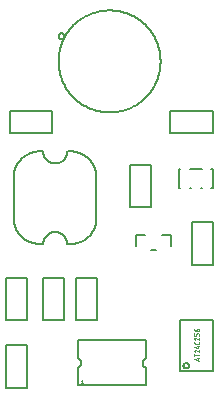
<source format=gbr>
G04 EAGLE Gerber RS-274X export*
G75*
%MOMM*%
%FSLAX34Y34*%
%LPD*%
%INSilkscreen Top*%
%IPPOS*%
%AMOC8*
5,1,8,0,0,1.08239X$1,22.5*%
G01*
%ADD10C,0.127000*%
%ADD11C,0.025400*%
%ADD12C,0.152400*%
%ADD13C,0.203200*%


D10*
X162600Y754000D02*
X162600Y714000D01*
X232600Y714000D02*
X232600Y754000D01*
X207600Y773000D02*
X207597Y772756D01*
X207588Y772513D01*
X207573Y772270D01*
X207553Y772027D01*
X207526Y771785D01*
X207493Y771544D01*
X207455Y771304D01*
X207411Y771064D01*
X207361Y770826D01*
X207305Y770589D01*
X207243Y770353D01*
X207176Y770119D01*
X207103Y769887D01*
X207024Y769656D01*
X206940Y769428D01*
X206850Y769201D01*
X206755Y768977D01*
X206654Y768755D01*
X206548Y768536D01*
X206437Y768320D01*
X206320Y768106D01*
X206199Y767895D01*
X206072Y767687D01*
X205940Y767482D01*
X205803Y767281D01*
X205661Y767083D01*
X205515Y766888D01*
X205364Y766697D01*
X205208Y766510D01*
X205048Y766327D01*
X204883Y766147D01*
X204714Y765972D01*
X204541Y765801D01*
X204363Y765634D01*
X204182Y765472D01*
X203997Y765314D01*
X203808Y765160D01*
X203615Y765011D01*
X203419Y764867D01*
X203219Y764728D01*
X203016Y764593D01*
X202809Y764464D01*
X202600Y764340D01*
X202388Y764221D01*
X202172Y764107D01*
X201955Y763998D01*
X201734Y763895D01*
X201511Y763797D01*
X201286Y763704D01*
X201058Y763617D01*
X200829Y763536D01*
X200597Y763460D01*
X200364Y763390D01*
X200129Y763325D01*
X199893Y763266D01*
X199655Y763213D01*
X199416Y763166D01*
X199176Y763125D01*
X198935Y763090D01*
X198694Y763060D01*
X198451Y763036D01*
X198208Y763019D01*
X197965Y763007D01*
X197722Y763001D01*
X197478Y763001D01*
X197235Y763007D01*
X196992Y763019D01*
X196749Y763036D01*
X196506Y763060D01*
X196265Y763090D01*
X196024Y763125D01*
X195784Y763166D01*
X195545Y763213D01*
X195307Y763266D01*
X195071Y763325D01*
X194836Y763390D01*
X194603Y763460D01*
X194371Y763536D01*
X194142Y763617D01*
X193914Y763704D01*
X193689Y763797D01*
X193466Y763895D01*
X193245Y763998D01*
X193028Y764107D01*
X192812Y764221D01*
X192600Y764340D01*
X192391Y764464D01*
X192184Y764593D01*
X191981Y764728D01*
X191781Y764867D01*
X191585Y765011D01*
X191392Y765160D01*
X191203Y765314D01*
X191018Y765472D01*
X190837Y765634D01*
X190659Y765801D01*
X190486Y765972D01*
X190317Y766147D01*
X190152Y766327D01*
X189992Y766510D01*
X189836Y766697D01*
X189685Y766888D01*
X189539Y767083D01*
X189397Y767281D01*
X189260Y767482D01*
X189128Y767687D01*
X189001Y767895D01*
X188880Y768106D01*
X188763Y768320D01*
X188652Y768536D01*
X188546Y768755D01*
X188445Y768977D01*
X188350Y769201D01*
X188260Y769428D01*
X188176Y769656D01*
X188097Y769887D01*
X188024Y770119D01*
X187957Y770353D01*
X187895Y770589D01*
X187839Y770826D01*
X187789Y771064D01*
X187745Y771304D01*
X187707Y771544D01*
X187674Y771785D01*
X187647Y772027D01*
X187627Y772270D01*
X187612Y772513D01*
X187603Y772756D01*
X187600Y773000D01*
X187600Y695000D02*
X187603Y695244D01*
X187612Y695487D01*
X187627Y695730D01*
X187647Y695973D01*
X187674Y696215D01*
X187707Y696456D01*
X187745Y696696D01*
X187789Y696936D01*
X187839Y697174D01*
X187895Y697411D01*
X187957Y697647D01*
X188024Y697881D01*
X188097Y698113D01*
X188176Y698344D01*
X188260Y698572D01*
X188350Y698799D01*
X188445Y699023D01*
X188546Y699245D01*
X188652Y699464D01*
X188763Y699680D01*
X188880Y699894D01*
X189001Y700105D01*
X189128Y700313D01*
X189260Y700518D01*
X189397Y700719D01*
X189539Y700917D01*
X189685Y701112D01*
X189836Y701303D01*
X189992Y701490D01*
X190152Y701673D01*
X190317Y701853D01*
X190486Y702028D01*
X190659Y702199D01*
X190837Y702366D01*
X191018Y702528D01*
X191203Y702686D01*
X191392Y702840D01*
X191585Y702989D01*
X191781Y703133D01*
X191981Y703272D01*
X192184Y703407D01*
X192391Y703536D01*
X192600Y703660D01*
X192812Y703779D01*
X193028Y703893D01*
X193245Y704002D01*
X193466Y704105D01*
X193689Y704203D01*
X193914Y704296D01*
X194142Y704383D01*
X194371Y704464D01*
X194603Y704540D01*
X194836Y704610D01*
X195071Y704675D01*
X195307Y704734D01*
X195545Y704787D01*
X195784Y704834D01*
X196024Y704875D01*
X196265Y704910D01*
X196506Y704940D01*
X196749Y704964D01*
X196992Y704981D01*
X197235Y704993D01*
X197478Y704999D01*
X197722Y704999D01*
X197965Y704993D01*
X198208Y704981D01*
X198451Y704964D01*
X198694Y704940D01*
X198935Y704910D01*
X199176Y704875D01*
X199416Y704834D01*
X199655Y704787D01*
X199893Y704734D01*
X200129Y704675D01*
X200364Y704610D01*
X200597Y704540D01*
X200829Y704464D01*
X201058Y704383D01*
X201286Y704296D01*
X201511Y704203D01*
X201734Y704105D01*
X201955Y704002D01*
X202172Y703893D01*
X202388Y703779D01*
X202600Y703660D01*
X202809Y703536D01*
X203016Y703407D01*
X203219Y703272D01*
X203419Y703133D01*
X203615Y702989D01*
X203808Y702840D01*
X203997Y702686D01*
X204182Y702528D01*
X204363Y702366D01*
X204541Y702199D01*
X204714Y702028D01*
X204883Y701853D01*
X205048Y701673D01*
X205208Y701490D01*
X205364Y701303D01*
X205515Y701112D01*
X205661Y700917D01*
X205803Y700719D01*
X205940Y700518D01*
X206072Y700313D01*
X206199Y700105D01*
X206320Y699894D01*
X206437Y699680D01*
X206548Y699464D01*
X206654Y699245D01*
X206755Y699023D01*
X206850Y698799D01*
X206940Y698572D01*
X207024Y698344D01*
X207103Y698113D01*
X207176Y697881D01*
X207243Y697647D01*
X207305Y697411D01*
X207361Y697174D01*
X207411Y696936D01*
X207455Y696696D01*
X207493Y696456D01*
X207526Y696215D01*
X207553Y695973D01*
X207573Y695730D01*
X207588Y695487D01*
X207597Y695244D01*
X207600Y695000D01*
X162600Y754000D02*
X162680Y754539D01*
X162773Y755076D01*
X162880Y755610D01*
X163000Y756142D01*
X163133Y756671D01*
X163278Y757196D01*
X163437Y757717D01*
X163608Y758234D01*
X163792Y758747D01*
X163988Y759256D01*
X164197Y759759D01*
X164418Y760257D01*
X164651Y760750D01*
X164897Y761236D01*
X165154Y761717D01*
X165423Y762191D01*
X165703Y762658D01*
X165995Y763118D01*
X166298Y763571D01*
X166612Y764017D01*
X166937Y764454D01*
X167272Y764884D01*
X167618Y765305D01*
X167974Y765717D01*
X168341Y766121D01*
X168717Y766515D01*
X169102Y766900D01*
X169497Y767276D01*
X169901Y767642D01*
X170314Y767997D01*
X170735Y768343D01*
X171165Y768678D01*
X171603Y769002D01*
X172049Y769316D01*
X172502Y769618D01*
X172963Y769910D01*
X173430Y770189D01*
X173904Y770458D01*
X174385Y770714D01*
X174872Y770959D01*
X175365Y771192D01*
X175863Y771413D01*
X176367Y771621D01*
X176875Y771817D01*
X177388Y772000D01*
X177906Y772171D01*
X178428Y772329D01*
X178953Y772474D01*
X179482Y772606D01*
X180013Y772725D01*
X180548Y772831D01*
X181085Y772924D01*
X181624Y773004D01*
X182165Y773070D01*
X182707Y773123D01*
X183251Y773163D01*
X183795Y773189D01*
X184340Y773202D01*
X184885Y773202D01*
X185429Y773189D01*
X185974Y773162D01*
X186517Y773121D01*
X187059Y773067D01*
X187600Y773001D01*
X207600Y773001D02*
X208141Y773067D01*
X208683Y773121D01*
X209226Y773162D01*
X209771Y773189D01*
X210315Y773202D01*
X210860Y773202D01*
X211405Y773189D01*
X211949Y773163D01*
X212493Y773123D01*
X213035Y773070D01*
X213576Y773004D01*
X214115Y772924D01*
X214652Y772831D01*
X215187Y772725D01*
X215718Y772606D01*
X216247Y772474D01*
X216772Y772329D01*
X217294Y772171D01*
X217812Y772000D01*
X218325Y771817D01*
X218833Y771621D01*
X219337Y771413D01*
X219835Y771192D01*
X220328Y770959D01*
X220815Y770714D01*
X221296Y770458D01*
X221770Y770189D01*
X222237Y769910D01*
X222698Y769618D01*
X223151Y769316D01*
X223597Y769002D01*
X224035Y768678D01*
X224465Y768343D01*
X224886Y767997D01*
X225299Y767642D01*
X225703Y767276D01*
X226098Y766900D01*
X226483Y766515D01*
X226859Y766121D01*
X227226Y765717D01*
X227582Y765305D01*
X227928Y764884D01*
X228263Y764454D01*
X228588Y764017D01*
X228902Y763571D01*
X229205Y763118D01*
X229497Y762658D01*
X229777Y762191D01*
X230046Y761717D01*
X230303Y761236D01*
X230549Y760750D01*
X230782Y760257D01*
X231003Y759759D01*
X231212Y759256D01*
X231408Y758747D01*
X231592Y758234D01*
X231763Y757717D01*
X231922Y757196D01*
X232067Y756671D01*
X232200Y756142D01*
X232320Y755610D01*
X232427Y755076D01*
X232520Y754539D01*
X232600Y754000D01*
X187600Y695000D02*
X187060Y694933D01*
X186517Y694880D01*
X185974Y694839D01*
X185430Y694812D01*
X184885Y694799D01*
X184340Y694799D01*
X183795Y694812D01*
X183251Y694838D01*
X182707Y694878D01*
X182165Y694931D01*
X181624Y694998D01*
X181085Y695077D01*
X180548Y695170D01*
X180014Y695276D01*
X179482Y695395D01*
X178953Y695527D01*
X178428Y695673D01*
X177907Y695830D01*
X177389Y696001D01*
X176876Y696184D01*
X176367Y696380D01*
X175864Y696589D01*
X175366Y696809D01*
X174873Y697042D01*
X174386Y697287D01*
X173905Y697543D01*
X173431Y697812D01*
X172963Y698092D01*
X172503Y698383D01*
X172050Y698685D01*
X171604Y698999D01*
X171166Y699323D01*
X170736Y699658D01*
X170315Y700004D01*
X169902Y700359D01*
X169498Y700725D01*
X169103Y701101D01*
X168718Y701486D01*
X168342Y701880D01*
X167976Y702284D01*
X167619Y702696D01*
X167274Y703117D01*
X166938Y703547D01*
X166613Y703984D01*
X166299Y704429D01*
X165996Y704882D01*
X165704Y705343D01*
X165424Y705810D01*
X165155Y706284D01*
X164898Y706764D01*
X164653Y707251D01*
X164419Y707743D01*
X164198Y708241D01*
X163989Y708745D01*
X163793Y709253D01*
X163609Y709766D01*
X163438Y710283D01*
X163279Y710805D01*
X163134Y711330D01*
X163001Y711858D01*
X162881Y712390D01*
X162775Y712924D01*
X162681Y713461D01*
X162601Y714000D01*
X207600Y694999D02*
X208141Y694933D01*
X208683Y694879D01*
X209226Y694838D01*
X209771Y694811D01*
X210315Y694798D01*
X210860Y694798D01*
X211405Y694811D01*
X211949Y694837D01*
X212493Y694877D01*
X213035Y694930D01*
X213576Y694996D01*
X214115Y695076D01*
X214652Y695169D01*
X215187Y695275D01*
X215718Y695394D01*
X216247Y695526D01*
X216772Y695671D01*
X217294Y695829D01*
X217812Y696000D01*
X218325Y696183D01*
X218833Y696379D01*
X219337Y696587D01*
X219835Y696808D01*
X220328Y697041D01*
X220815Y697286D01*
X221296Y697542D01*
X221770Y697811D01*
X222237Y698090D01*
X222698Y698382D01*
X223151Y698684D01*
X223597Y698998D01*
X224035Y699322D01*
X224465Y699657D01*
X224886Y700003D01*
X225299Y700358D01*
X225703Y700724D01*
X226098Y701100D01*
X226483Y701485D01*
X226859Y701879D01*
X227226Y702283D01*
X227582Y702695D01*
X227928Y703116D01*
X228263Y703546D01*
X228588Y703983D01*
X228902Y704429D01*
X229205Y704882D01*
X229497Y705342D01*
X229777Y705809D01*
X230046Y706283D01*
X230303Y706764D01*
X230549Y707250D01*
X230782Y707743D01*
X231003Y708241D01*
X231212Y708744D01*
X231408Y709253D01*
X231592Y709766D01*
X231763Y710283D01*
X231922Y710804D01*
X232067Y711329D01*
X232200Y711858D01*
X232320Y712390D01*
X232427Y712924D01*
X232520Y713461D01*
X232600Y714000D01*
X279195Y689550D02*
X283005Y689550D01*
X295705Y693360D02*
X295705Y702250D01*
X288085Y702250D01*
X274115Y702250D02*
X266495Y702250D01*
X266495Y693360D01*
X303500Y630800D02*
X303500Y586800D01*
X303500Y630800D02*
X331500Y630800D01*
X331500Y586800D01*
X303500Y586800D01*
D11*
X315563Y597197D02*
X319373Y595927D01*
X319373Y598467D02*
X315563Y597197D01*
X318421Y598150D02*
X318421Y596245D01*
X319373Y600611D02*
X315563Y600611D01*
X315563Y601669D02*
X315563Y599552D01*
X315563Y604130D02*
X315565Y604190D01*
X315571Y604249D01*
X315580Y604309D01*
X315593Y604367D01*
X315610Y604424D01*
X315630Y604481D01*
X315654Y604536D01*
X315681Y604589D01*
X315711Y604641D01*
X315745Y604690D01*
X315782Y604737D01*
X315821Y604782D01*
X315864Y604825D01*
X315909Y604864D01*
X315956Y604901D01*
X316005Y604935D01*
X316057Y604965D01*
X316110Y604992D01*
X316165Y605016D01*
X316222Y605036D01*
X316279Y605053D01*
X316337Y605066D01*
X316397Y605075D01*
X316456Y605081D01*
X316516Y605083D01*
X315563Y604130D02*
X315565Y604063D01*
X315570Y603996D01*
X315579Y603930D01*
X315592Y603864D01*
X315608Y603800D01*
X315628Y603736D01*
X315652Y603673D01*
X315678Y603611D01*
X315708Y603552D01*
X315741Y603494D01*
X315778Y603437D01*
X315817Y603383D01*
X315859Y603331D01*
X315904Y603282D01*
X315952Y603235D01*
X316002Y603191D01*
X316055Y603149D01*
X316110Y603111D01*
X316166Y603075D01*
X316225Y603043D01*
X316285Y603014D01*
X316347Y602988D01*
X316410Y602966D01*
X317257Y604765D02*
X317215Y604807D01*
X317170Y604846D01*
X317124Y604883D01*
X317075Y604917D01*
X317025Y604947D01*
X316973Y604975D01*
X316919Y605000D01*
X316864Y605022D01*
X316808Y605041D01*
X316751Y605056D01*
X316693Y605068D01*
X316634Y605076D01*
X316575Y605081D01*
X316516Y605083D01*
X317256Y604765D02*
X319373Y602966D01*
X319373Y605083D01*
X318526Y606624D02*
X315563Y607470D01*
X318526Y606624D02*
X318526Y608740D01*
X317680Y608105D02*
X319373Y608105D01*
X319373Y611119D02*
X319373Y611965D01*
X319373Y611119D02*
X319371Y611061D01*
X319365Y611004D01*
X319355Y610947D01*
X319342Y610890D01*
X319324Y610835D01*
X319303Y610782D01*
X319278Y610729D01*
X319250Y610679D01*
X319218Y610631D01*
X319183Y610584D01*
X319145Y610541D01*
X319104Y610500D01*
X319061Y610462D01*
X319014Y610427D01*
X318966Y610395D01*
X318916Y610367D01*
X318863Y610342D01*
X318810Y610321D01*
X318755Y610303D01*
X318698Y610290D01*
X318641Y610280D01*
X318584Y610274D01*
X318526Y610272D01*
X316410Y610272D01*
X316352Y610274D01*
X316295Y610280D01*
X316238Y610290D01*
X316181Y610303D01*
X316126Y610321D01*
X316073Y610342D01*
X316020Y610367D01*
X315970Y610395D01*
X315922Y610427D01*
X315875Y610462D01*
X315832Y610500D01*
X315791Y610541D01*
X315753Y610584D01*
X315718Y610631D01*
X315686Y610679D01*
X315658Y610729D01*
X315633Y610782D01*
X315612Y610835D01*
X315594Y610890D01*
X315581Y610947D01*
X315571Y611004D01*
X315565Y611061D01*
X315563Y611119D01*
X315563Y611965D01*
X315563Y614493D02*
X315565Y614553D01*
X315571Y614612D01*
X315580Y614672D01*
X315593Y614730D01*
X315610Y614787D01*
X315630Y614844D01*
X315654Y614899D01*
X315681Y614952D01*
X315711Y615004D01*
X315745Y615053D01*
X315782Y615100D01*
X315821Y615145D01*
X315864Y615188D01*
X315909Y615227D01*
X315956Y615264D01*
X316005Y615298D01*
X316057Y615328D01*
X316110Y615355D01*
X316165Y615379D01*
X316222Y615399D01*
X316279Y615416D01*
X316337Y615429D01*
X316397Y615438D01*
X316456Y615444D01*
X316516Y615446D01*
X315563Y614493D02*
X315565Y614426D01*
X315570Y614359D01*
X315579Y614293D01*
X315592Y614227D01*
X315608Y614163D01*
X315628Y614099D01*
X315652Y614036D01*
X315678Y613974D01*
X315708Y613915D01*
X315741Y613857D01*
X315778Y613800D01*
X315817Y613746D01*
X315859Y613694D01*
X315904Y613645D01*
X315952Y613598D01*
X316002Y613554D01*
X316055Y613512D01*
X316110Y613474D01*
X316166Y613438D01*
X316225Y613406D01*
X316285Y613377D01*
X316347Y613351D01*
X316410Y613329D01*
X317257Y615128D02*
X317215Y615170D01*
X317170Y615209D01*
X317124Y615246D01*
X317075Y615280D01*
X317025Y615310D01*
X316973Y615338D01*
X316919Y615363D01*
X316864Y615385D01*
X316808Y615404D01*
X316751Y615419D01*
X316693Y615431D01*
X316634Y615439D01*
X316575Y615444D01*
X316516Y615446D01*
X317256Y615128D02*
X319373Y613329D01*
X319373Y615446D01*
X319373Y616987D02*
X319373Y618257D01*
X319371Y618312D01*
X319366Y618368D01*
X319357Y618422D01*
X319344Y618476D01*
X319328Y618529D01*
X319309Y618581D01*
X319286Y618632D01*
X319260Y618681D01*
X319230Y618728D01*
X319198Y618773D01*
X319163Y618815D01*
X319125Y618856D01*
X319084Y618894D01*
X319042Y618929D01*
X318997Y618961D01*
X318950Y618991D01*
X318901Y619017D01*
X318850Y619040D01*
X318798Y619059D01*
X318745Y619075D01*
X318691Y619088D01*
X318637Y619097D01*
X318581Y619102D01*
X318526Y619104D01*
X318103Y619104D01*
X318045Y619102D01*
X317988Y619096D01*
X317931Y619086D01*
X317874Y619073D01*
X317819Y619055D01*
X317766Y619034D01*
X317713Y619009D01*
X317663Y618981D01*
X317615Y618949D01*
X317568Y618914D01*
X317525Y618876D01*
X317484Y618835D01*
X317446Y618792D01*
X317411Y618745D01*
X317379Y618697D01*
X317351Y618647D01*
X317326Y618594D01*
X317305Y618541D01*
X317287Y618486D01*
X317274Y618429D01*
X317264Y618372D01*
X317258Y618315D01*
X317256Y618257D01*
X317256Y616987D01*
X315563Y616987D01*
X315563Y619104D01*
X317256Y620645D02*
X317256Y621915D01*
X317258Y621970D01*
X317263Y622026D01*
X317272Y622080D01*
X317285Y622134D01*
X317301Y622187D01*
X317320Y622239D01*
X317343Y622290D01*
X317369Y622339D01*
X317399Y622386D01*
X317431Y622431D01*
X317466Y622473D01*
X317504Y622514D01*
X317545Y622552D01*
X317587Y622587D01*
X317632Y622619D01*
X317680Y622649D01*
X317728Y622675D01*
X317779Y622698D01*
X317831Y622717D01*
X317884Y622733D01*
X317938Y622746D01*
X317992Y622755D01*
X318048Y622760D01*
X318103Y622762D01*
X318103Y622761D02*
X318315Y622761D01*
X318379Y622759D01*
X318443Y622753D01*
X318506Y622744D01*
X318568Y622730D01*
X318630Y622713D01*
X318690Y622692D01*
X318749Y622668D01*
X318807Y622640D01*
X318862Y622608D01*
X318916Y622574D01*
X318967Y622536D01*
X319017Y622495D01*
X319063Y622451D01*
X319107Y622405D01*
X319148Y622355D01*
X319186Y622304D01*
X319220Y622250D01*
X319252Y622195D01*
X319280Y622137D01*
X319304Y622078D01*
X319325Y622018D01*
X319342Y621956D01*
X319356Y621894D01*
X319365Y621831D01*
X319371Y621767D01*
X319373Y621703D01*
X319371Y621639D01*
X319365Y621575D01*
X319356Y621512D01*
X319342Y621450D01*
X319325Y621388D01*
X319304Y621328D01*
X319280Y621269D01*
X319252Y621211D01*
X319220Y621156D01*
X319186Y621102D01*
X319148Y621051D01*
X319107Y621001D01*
X319063Y620955D01*
X319017Y620911D01*
X318967Y620870D01*
X318916Y620832D01*
X318862Y620798D01*
X318807Y620766D01*
X318749Y620738D01*
X318690Y620714D01*
X318630Y620693D01*
X318568Y620676D01*
X318506Y620662D01*
X318443Y620653D01*
X318379Y620647D01*
X318315Y620645D01*
X317256Y620645D01*
X317175Y620647D01*
X317095Y620653D01*
X317015Y620662D01*
X316936Y620676D01*
X316857Y620693D01*
X316779Y620714D01*
X316702Y620738D01*
X316627Y620766D01*
X316553Y620798D01*
X316480Y620833D01*
X316410Y620872D01*
X316341Y620914D01*
X316274Y620959D01*
X316209Y621007D01*
X316147Y621058D01*
X316088Y621113D01*
X316031Y621170D01*
X315977Y621229D01*
X315925Y621291D01*
X315877Y621356D01*
X315832Y621423D01*
X315790Y621491D01*
X315751Y621562D01*
X315716Y621635D01*
X315684Y621709D01*
X315656Y621784D01*
X315632Y621861D01*
X315611Y621939D01*
X315594Y622018D01*
X315580Y622097D01*
X315571Y622177D01*
X315565Y622257D01*
X315563Y622338D01*
D10*
X306264Y591800D02*
X306266Y591894D01*
X306272Y591988D01*
X306282Y592082D01*
X306296Y592175D01*
X306314Y592268D01*
X306335Y592360D01*
X306361Y592450D01*
X306390Y592540D01*
X306423Y592628D01*
X306460Y592715D01*
X306500Y592800D01*
X306544Y592884D01*
X306592Y592965D01*
X306642Y593045D01*
X306697Y593122D01*
X306754Y593197D01*
X306814Y593269D01*
X306878Y593339D01*
X306944Y593406D01*
X307013Y593470D01*
X307085Y593531D01*
X307159Y593589D01*
X307236Y593644D01*
X307315Y593696D01*
X307396Y593744D01*
X307479Y593789D01*
X307563Y593830D01*
X307650Y593868D01*
X307738Y593902D01*
X307827Y593932D01*
X307917Y593959D01*
X308009Y593981D01*
X308101Y594000D01*
X308195Y594015D01*
X308288Y594026D01*
X308382Y594033D01*
X308476Y594036D01*
X308571Y594035D01*
X308665Y594030D01*
X308759Y594021D01*
X308852Y594008D01*
X308945Y593991D01*
X309037Y593971D01*
X309128Y593946D01*
X309218Y593918D01*
X309306Y593886D01*
X309394Y593850D01*
X309479Y593810D01*
X309563Y593767D01*
X309645Y593721D01*
X309725Y593671D01*
X309803Y593617D01*
X309878Y593561D01*
X309951Y593501D01*
X310022Y593438D01*
X310089Y593373D01*
X310154Y593304D01*
X310216Y593233D01*
X310275Y593160D01*
X310331Y593084D01*
X310383Y593005D01*
X310432Y592925D01*
X310478Y592842D01*
X310520Y592758D01*
X310559Y592672D01*
X310594Y592584D01*
X310625Y592495D01*
X310653Y592405D01*
X310676Y592314D01*
X310696Y592222D01*
X310712Y592129D01*
X310724Y592035D01*
X310732Y591941D01*
X310736Y591847D01*
X310736Y591753D01*
X310732Y591659D01*
X310724Y591565D01*
X310712Y591471D01*
X310696Y591378D01*
X310676Y591286D01*
X310653Y591195D01*
X310625Y591105D01*
X310594Y591016D01*
X310559Y590928D01*
X310520Y590842D01*
X310478Y590758D01*
X310432Y590675D01*
X310383Y590595D01*
X310331Y590516D01*
X310275Y590440D01*
X310216Y590367D01*
X310154Y590296D01*
X310089Y590227D01*
X310022Y590162D01*
X309951Y590099D01*
X309878Y590039D01*
X309803Y589983D01*
X309725Y589929D01*
X309645Y589879D01*
X309563Y589833D01*
X309479Y589790D01*
X309394Y589750D01*
X309306Y589714D01*
X309218Y589682D01*
X309128Y589654D01*
X309037Y589629D01*
X308945Y589609D01*
X308852Y589592D01*
X308759Y589579D01*
X308665Y589570D01*
X308571Y589565D01*
X308476Y589564D01*
X308382Y589567D01*
X308288Y589574D01*
X308195Y589585D01*
X308101Y589600D01*
X308009Y589619D01*
X307917Y589641D01*
X307827Y589668D01*
X307738Y589698D01*
X307650Y589732D01*
X307563Y589770D01*
X307479Y589811D01*
X307396Y589856D01*
X307315Y589904D01*
X307236Y589956D01*
X307159Y590011D01*
X307085Y590069D01*
X307013Y590130D01*
X306944Y590194D01*
X306878Y590261D01*
X306814Y590331D01*
X306754Y590403D01*
X306697Y590478D01*
X306642Y590555D01*
X306592Y590635D01*
X306544Y590716D01*
X306500Y590800D01*
X306460Y590885D01*
X306423Y590972D01*
X306390Y591060D01*
X306361Y591150D01*
X306335Y591240D01*
X306314Y591332D01*
X306296Y591425D01*
X306282Y591518D01*
X306272Y591612D01*
X306266Y591706D01*
X306264Y591800D01*
D12*
X331222Y742296D02*
X331222Y758504D01*
X302222Y758504D02*
X302222Y742296D01*
X311498Y758504D02*
X321946Y758504D01*
X312446Y742296D02*
X311498Y742296D01*
X320998Y742296D02*
X321946Y742296D01*
X303446Y742296D02*
X302222Y742296D01*
X329998Y742296D02*
X331222Y742296D01*
X331222Y758504D02*
X329998Y758504D01*
X303446Y758504D02*
X302222Y758504D01*
D10*
X200520Y849300D02*
X200533Y850360D01*
X200572Y851419D01*
X200637Y852477D01*
X200728Y853532D01*
X200845Y854586D01*
X200987Y855636D01*
X201156Y856682D01*
X201350Y857724D01*
X201569Y858761D01*
X201814Y859792D01*
X202084Y860817D01*
X202379Y861834D01*
X202699Y862845D01*
X203044Y863847D01*
X203413Y864840D01*
X203807Y865824D01*
X204224Y866798D01*
X204666Y867762D01*
X205131Y868714D01*
X205619Y869655D01*
X206130Y870583D01*
X206663Y871499D01*
X207219Y872401D01*
X207797Y873290D01*
X208397Y874163D01*
X209017Y875022D01*
X209659Y875866D01*
X210321Y876693D01*
X211004Y877504D01*
X211706Y878298D01*
X212427Y879074D01*
X213167Y879833D01*
X213926Y880573D01*
X214702Y881294D01*
X215496Y881996D01*
X216307Y882679D01*
X217134Y883341D01*
X217978Y883983D01*
X218837Y884603D01*
X219710Y885203D01*
X220599Y885781D01*
X221501Y886337D01*
X222417Y886870D01*
X223345Y887381D01*
X224286Y887869D01*
X225238Y888334D01*
X226202Y888776D01*
X227176Y889193D01*
X228160Y889587D01*
X229153Y889956D01*
X230155Y890301D01*
X231166Y890621D01*
X232183Y890916D01*
X233208Y891186D01*
X234239Y891431D01*
X235276Y891650D01*
X236318Y891844D01*
X237364Y892013D01*
X238414Y892155D01*
X239468Y892272D01*
X240523Y892363D01*
X241581Y892428D01*
X242640Y892467D01*
X243700Y892480D01*
X244760Y892467D01*
X245819Y892428D01*
X246877Y892363D01*
X247932Y892272D01*
X248986Y892155D01*
X250036Y892013D01*
X251082Y891844D01*
X252124Y891650D01*
X253161Y891431D01*
X254192Y891186D01*
X255217Y890916D01*
X256234Y890621D01*
X257245Y890301D01*
X258247Y889956D01*
X259240Y889587D01*
X260224Y889193D01*
X261198Y888776D01*
X262162Y888334D01*
X263114Y887869D01*
X264055Y887381D01*
X264983Y886870D01*
X265899Y886337D01*
X266801Y885781D01*
X267690Y885203D01*
X268563Y884603D01*
X269422Y883983D01*
X270266Y883341D01*
X271093Y882679D01*
X271904Y881996D01*
X272698Y881294D01*
X273474Y880573D01*
X274233Y879833D01*
X274973Y879074D01*
X275694Y878298D01*
X276396Y877504D01*
X277079Y876693D01*
X277741Y875866D01*
X278383Y875022D01*
X279003Y874163D01*
X279603Y873290D01*
X280181Y872401D01*
X280737Y871499D01*
X281270Y870583D01*
X281781Y869655D01*
X282269Y868714D01*
X282734Y867762D01*
X283176Y866798D01*
X283593Y865824D01*
X283987Y864840D01*
X284356Y863847D01*
X284701Y862845D01*
X285021Y861834D01*
X285316Y860817D01*
X285586Y859792D01*
X285831Y858761D01*
X286050Y857724D01*
X286244Y856682D01*
X286413Y855636D01*
X286555Y854586D01*
X286672Y853532D01*
X286763Y852477D01*
X286828Y851419D01*
X286867Y850360D01*
X286880Y849300D01*
X286867Y848240D01*
X286828Y847181D01*
X286763Y846123D01*
X286672Y845068D01*
X286555Y844014D01*
X286413Y842964D01*
X286244Y841918D01*
X286050Y840876D01*
X285831Y839839D01*
X285586Y838808D01*
X285316Y837783D01*
X285021Y836766D01*
X284701Y835755D01*
X284356Y834753D01*
X283987Y833760D01*
X283593Y832776D01*
X283176Y831802D01*
X282734Y830838D01*
X282269Y829886D01*
X281781Y828945D01*
X281270Y828017D01*
X280737Y827101D01*
X280181Y826199D01*
X279603Y825310D01*
X279003Y824437D01*
X278383Y823578D01*
X277741Y822734D01*
X277079Y821907D01*
X276396Y821096D01*
X275694Y820302D01*
X274973Y819526D01*
X274233Y818767D01*
X273474Y818027D01*
X272698Y817306D01*
X271904Y816604D01*
X271093Y815921D01*
X270266Y815259D01*
X269422Y814617D01*
X268563Y813997D01*
X267690Y813397D01*
X266801Y812819D01*
X265899Y812263D01*
X264983Y811730D01*
X264055Y811219D01*
X263114Y810731D01*
X262162Y810266D01*
X261198Y809824D01*
X260224Y809407D01*
X259240Y809013D01*
X258247Y808644D01*
X257245Y808299D01*
X256234Y807979D01*
X255217Y807684D01*
X254192Y807414D01*
X253161Y807169D01*
X252124Y806950D01*
X251082Y806756D01*
X250036Y806587D01*
X248986Y806445D01*
X247932Y806328D01*
X246877Y806237D01*
X245819Y806172D01*
X244760Y806133D01*
X243700Y806120D01*
X242640Y806133D01*
X241581Y806172D01*
X240523Y806237D01*
X239468Y806328D01*
X238414Y806445D01*
X237364Y806587D01*
X236318Y806756D01*
X235276Y806950D01*
X234239Y807169D01*
X233208Y807414D01*
X232183Y807684D01*
X231166Y807979D01*
X230155Y808299D01*
X229153Y808644D01*
X228160Y809013D01*
X227176Y809407D01*
X226202Y809824D01*
X225238Y810266D01*
X224286Y810731D01*
X223345Y811219D01*
X222417Y811730D01*
X221501Y812263D01*
X220599Y812819D01*
X219710Y813397D01*
X218837Y813997D01*
X217978Y814617D01*
X217134Y815259D01*
X216307Y815921D01*
X215496Y816604D01*
X214702Y817306D01*
X213926Y818027D01*
X213167Y818767D01*
X212427Y819526D01*
X211706Y820302D01*
X211004Y821096D01*
X210321Y821907D01*
X209659Y822734D01*
X209017Y823578D01*
X208397Y824437D01*
X207797Y825310D01*
X207219Y826199D01*
X206663Y827101D01*
X206130Y828017D01*
X205619Y828945D01*
X205131Y829886D01*
X204666Y830838D01*
X204224Y831802D01*
X203807Y832776D01*
X203413Y833760D01*
X203044Y834753D01*
X202699Y835755D01*
X202379Y836766D01*
X202084Y837783D01*
X201814Y838808D01*
X201569Y839839D01*
X201350Y840876D01*
X201156Y841918D01*
X200987Y842964D01*
X200845Y844014D01*
X200728Y845068D01*
X200637Y846123D01*
X200572Y847181D01*
X200533Y848240D01*
X200520Y849300D01*
X200520Y870890D02*
X200522Y870990D01*
X200528Y871091D01*
X200538Y871190D01*
X200552Y871290D01*
X200569Y871389D01*
X200591Y871487D01*
X200617Y871584D01*
X200646Y871680D01*
X200679Y871774D01*
X200716Y871868D01*
X200756Y871960D01*
X200800Y872050D01*
X200848Y872138D01*
X200899Y872225D01*
X200953Y872309D01*
X201011Y872391D01*
X201072Y872471D01*
X201136Y872548D01*
X201203Y872623D01*
X201273Y872695D01*
X201346Y872764D01*
X201421Y872830D01*
X201499Y872894D01*
X201579Y872954D01*
X201662Y873011D01*
X201747Y873064D01*
X201834Y873114D01*
X201923Y873161D01*
X202013Y873204D01*
X202105Y873244D01*
X202199Y873280D01*
X202294Y873312D01*
X202390Y873340D01*
X202488Y873365D01*
X202586Y873385D01*
X202685Y873402D01*
X202785Y873415D01*
X202884Y873424D01*
X202985Y873429D01*
X203085Y873430D01*
X203185Y873427D01*
X203286Y873420D01*
X203385Y873409D01*
X203485Y873394D01*
X203583Y873376D01*
X203681Y873353D01*
X203778Y873326D01*
X203873Y873296D01*
X203968Y873262D01*
X204061Y873224D01*
X204152Y873183D01*
X204242Y873138D01*
X204330Y873090D01*
X204416Y873038D01*
X204500Y872983D01*
X204581Y872924D01*
X204660Y872862D01*
X204737Y872798D01*
X204811Y872730D01*
X204882Y872659D01*
X204951Y872586D01*
X205016Y872510D01*
X205079Y872431D01*
X205138Y872350D01*
X205194Y872267D01*
X205247Y872182D01*
X205296Y872094D01*
X205342Y872005D01*
X205384Y871914D01*
X205423Y871821D01*
X205458Y871727D01*
X205489Y871632D01*
X205517Y871535D01*
X205540Y871438D01*
X205560Y871339D01*
X205576Y871240D01*
X205588Y871141D01*
X205596Y871040D01*
X205600Y870940D01*
X205600Y870840D01*
X205596Y870740D01*
X205588Y870639D01*
X205576Y870540D01*
X205560Y870441D01*
X205540Y870342D01*
X205517Y870245D01*
X205489Y870148D01*
X205458Y870053D01*
X205423Y869959D01*
X205384Y869866D01*
X205342Y869775D01*
X205296Y869686D01*
X205247Y869598D01*
X205194Y869513D01*
X205138Y869430D01*
X205079Y869349D01*
X205016Y869270D01*
X204951Y869194D01*
X204882Y869121D01*
X204811Y869050D01*
X204737Y868982D01*
X204660Y868918D01*
X204581Y868856D01*
X204500Y868797D01*
X204416Y868742D01*
X204330Y868690D01*
X204242Y868642D01*
X204152Y868597D01*
X204061Y868556D01*
X203968Y868518D01*
X203873Y868484D01*
X203778Y868454D01*
X203681Y868427D01*
X203583Y868404D01*
X203485Y868386D01*
X203385Y868371D01*
X203286Y868360D01*
X203185Y868353D01*
X203085Y868350D01*
X202985Y868351D01*
X202884Y868356D01*
X202785Y868365D01*
X202685Y868378D01*
X202586Y868395D01*
X202488Y868415D01*
X202390Y868440D01*
X202294Y868468D01*
X202199Y868500D01*
X202105Y868536D01*
X202013Y868576D01*
X201923Y868619D01*
X201834Y868666D01*
X201747Y868716D01*
X201662Y868769D01*
X201579Y868826D01*
X201499Y868886D01*
X201421Y868950D01*
X201346Y869016D01*
X201273Y869085D01*
X201203Y869157D01*
X201136Y869232D01*
X201072Y869309D01*
X201011Y869389D01*
X200953Y869471D01*
X200899Y869555D01*
X200848Y869642D01*
X200800Y869730D01*
X200756Y869820D01*
X200716Y869912D01*
X200679Y870006D01*
X200646Y870100D01*
X200617Y870196D01*
X200591Y870293D01*
X200569Y870391D01*
X200552Y870490D01*
X200538Y870590D01*
X200528Y870689D01*
X200522Y870790D01*
X200520Y870890D01*
D13*
X217200Y575300D02*
X274200Y575300D01*
X274200Y590300D01*
X274200Y598300D02*
X274200Y613300D01*
X217200Y613300D01*
X217200Y598300D01*
X217200Y590300D02*
X217200Y575300D01*
X217200Y590300D02*
X217318Y590358D01*
X217434Y590420D01*
X217548Y590485D01*
X217660Y590553D01*
X217770Y590625D01*
X217878Y590700D01*
X217984Y590778D01*
X218087Y590859D01*
X218188Y590943D01*
X218286Y591030D01*
X218382Y591120D01*
X218475Y591213D01*
X218565Y591309D01*
X218652Y591407D01*
X218737Y591508D01*
X218818Y591611D01*
X218896Y591716D01*
X218971Y591824D01*
X219043Y591934D01*
X219112Y592046D01*
X219177Y592160D01*
X219238Y592276D01*
X219297Y592394D01*
X219352Y592513D01*
X219403Y592634D01*
X219450Y592757D01*
X219494Y592880D01*
X219535Y593006D01*
X219571Y593132D01*
X219604Y593259D01*
X219633Y593387D01*
X219658Y593516D01*
X219679Y593646D01*
X219697Y593776D01*
X219710Y593906D01*
X219720Y594037D01*
X219726Y594169D01*
X219728Y594300D01*
X219726Y594431D01*
X219720Y594563D01*
X219710Y594694D01*
X219697Y594824D01*
X219679Y594954D01*
X219658Y595084D01*
X219633Y595213D01*
X219604Y595341D01*
X219571Y595468D01*
X219535Y595594D01*
X219494Y595720D01*
X219450Y595843D01*
X219403Y595966D01*
X219352Y596087D01*
X219297Y596206D01*
X219238Y596324D01*
X219177Y596440D01*
X219112Y596554D01*
X219043Y596666D01*
X218971Y596776D01*
X218896Y596884D01*
X218818Y596989D01*
X218737Y597092D01*
X218652Y597193D01*
X218565Y597291D01*
X218475Y597387D01*
X218382Y597480D01*
X218286Y597570D01*
X218188Y597657D01*
X218087Y597741D01*
X217984Y597822D01*
X217878Y597900D01*
X217770Y597975D01*
X217660Y598047D01*
X217548Y598115D01*
X217434Y598180D01*
X217318Y598242D01*
X217200Y598300D01*
X274200Y598300D02*
X274082Y598242D01*
X273966Y598180D01*
X273852Y598115D01*
X273740Y598047D01*
X273630Y597975D01*
X273522Y597900D01*
X273416Y597822D01*
X273313Y597741D01*
X273212Y597657D01*
X273114Y597570D01*
X273018Y597480D01*
X272925Y597387D01*
X272835Y597291D01*
X272748Y597193D01*
X272663Y597092D01*
X272582Y596989D01*
X272504Y596884D01*
X272429Y596776D01*
X272357Y596666D01*
X272288Y596554D01*
X272223Y596440D01*
X272162Y596324D01*
X272103Y596206D01*
X272048Y596087D01*
X271997Y595966D01*
X271950Y595843D01*
X271906Y595720D01*
X271865Y595594D01*
X271829Y595468D01*
X271796Y595341D01*
X271767Y595213D01*
X271742Y595084D01*
X271721Y594954D01*
X271703Y594824D01*
X271690Y594694D01*
X271680Y594563D01*
X271674Y594431D01*
X271672Y594300D01*
X271674Y594169D01*
X271680Y594037D01*
X271690Y593906D01*
X271703Y593776D01*
X271721Y593646D01*
X271742Y593516D01*
X271767Y593387D01*
X271796Y593259D01*
X271829Y593132D01*
X271865Y593006D01*
X271906Y592880D01*
X271950Y592757D01*
X271997Y592634D01*
X272048Y592513D01*
X272103Y592394D01*
X272162Y592276D01*
X272223Y592160D01*
X272288Y592046D01*
X272357Y591934D01*
X272429Y591824D01*
X272504Y591716D01*
X272582Y591611D01*
X272663Y591508D01*
X272748Y591407D01*
X272835Y591309D01*
X272925Y591213D01*
X273018Y591120D01*
X273114Y591030D01*
X273212Y590943D01*
X273313Y590859D01*
X273416Y590778D01*
X273522Y590700D01*
X273630Y590625D01*
X273740Y590553D01*
X273852Y590485D01*
X273966Y590420D01*
X274082Y590358D01*
X274200Y590300D01*
D11*
X220103Y579721D02*
X219327Y579100D01*
X220103Y579721D02*
X220103Y576927D01*
X219327Y576927D02*
X220879Y576927D01*
D10*
X205000Y666000D02*
X187000Y666000D01*
X205000Y666000D02*
X205000Y630000D01*
X187000Y630000D01*
X187000Y666000D01*
X313349Y677000D02*
X331349Y677000D01*
X313349Y677000D02*
X313349Y713000D01*
X331349Y713000D01*
X331349Y677000D01*
X279000Y726000D02*
X261000Y726000D01*
X261000Y762000D01*
X279000Y762000D01*
X279000Y726000D01*
X174000Y573000D02*
X156000Y573000D01*
X156000Y609000D01*
X174000Y609000D01*
X174000Y573000D01*
X215000Y666000D02*
X233000Y666000D01*
X233000Y630000D01*
X215000Y630000D01*
X215000Y666000D01*
X159000Y789000D02*
X159000Y807000D01*
X195000Y807000D01*
X195000Y789000D01*
X159000Y789000D01*
X331000Y789000D02*
X331000Y807000D01*
X331000Y789000D02*
X295000Y789000D01*
X295000Y807000D01*
X331000Y807000D01*
X174000Y630000D02*
X156000Y630000D01*
X156000Y666000D01*
X174000Y666000D01*
X174000Y630000D01*
M02*

</source>
